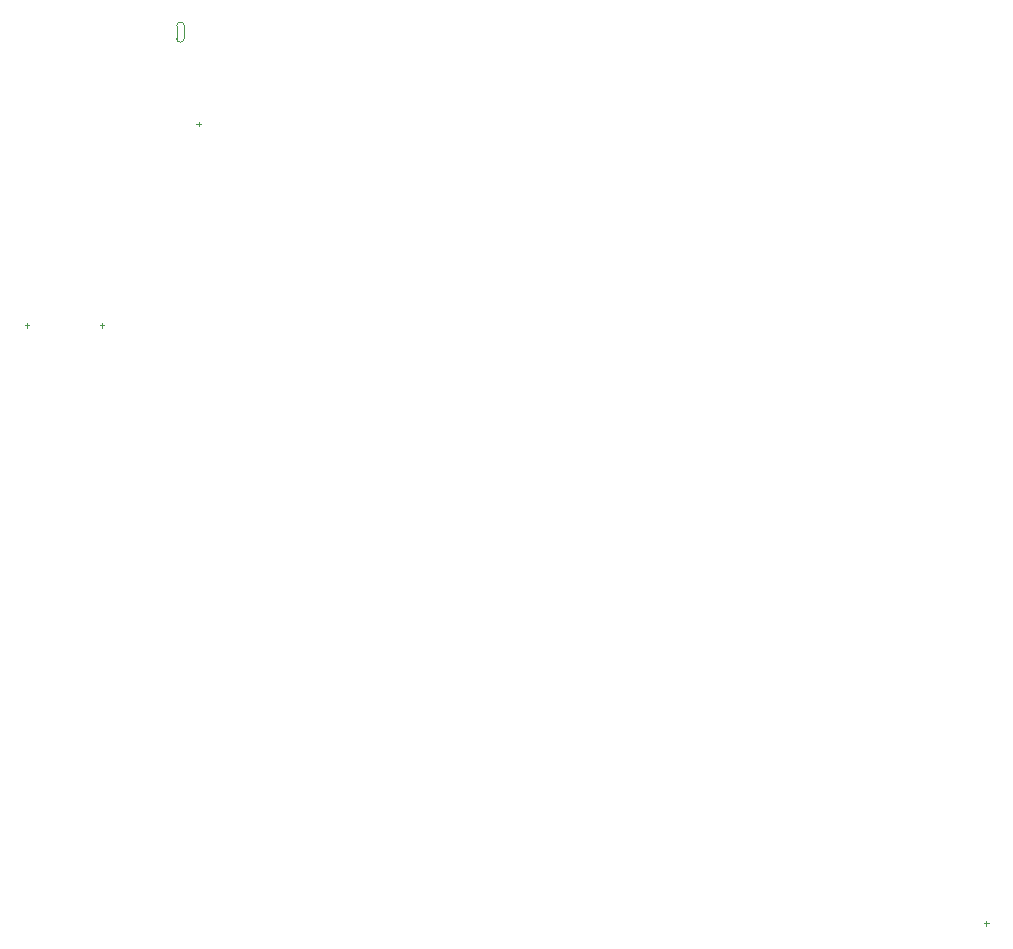
<source format=gm1>
G04*
G04 #@! TF.GenerationSoftware,Altium Limited,Altium Designer,19.0.10 (269)*
G04*
G04 Layer_Color=16711935*
%FSTAX24Y24*%
%MOIN*%
G70*
G01*
G75*
%ADD17C,0.0000*%
%ADD21C,0.0039*%
D17*
X032938Y084226D02*
G03*
X033063Y084365I-000007J000132D01*
G01*
X032807Y084344D02*
G03*
X032938Y084226I000124J000007D01*
G01*
Y084896D02*
G03*
X032807Y084778I-000007J-000124D01*
G01*
X033063Y084778D02*
G03*
X032937Y084896I-000122J-000004D01*
G01*
X032807Y084344D02*
Y084778D01*
X033063Y084364D02*
Y084778D01*
D21*
X030246Y074789D02*
X030404D01*
X030325Y07471D02*
Y074867D01*
X027746Y074789D02*
X027904D01*
X027825Y07471D02*
Y074867D01*
X059721Y05485D02*
X059879D01*
X0598Y054771D02*
Y054929D01*
X033471Y0815D02*
X033629D01*
X03355Y081421D02*
Y081579D01*
M02*

</source>
